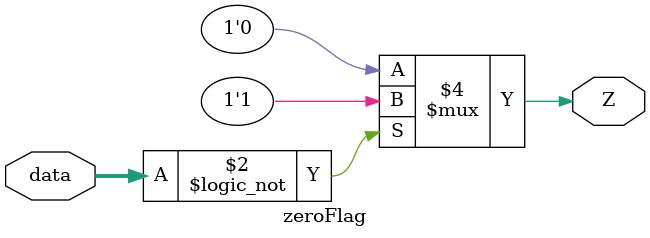
<source format=sv>
module zeroFlag
#(parameter bits=32)
(input logic [bits-1:0] data, output logic Z);
	always @(*)
		begin
		if(data==0)
			Z<=1;
		else
			Z<=0;	
		end
endmodule

</source>
